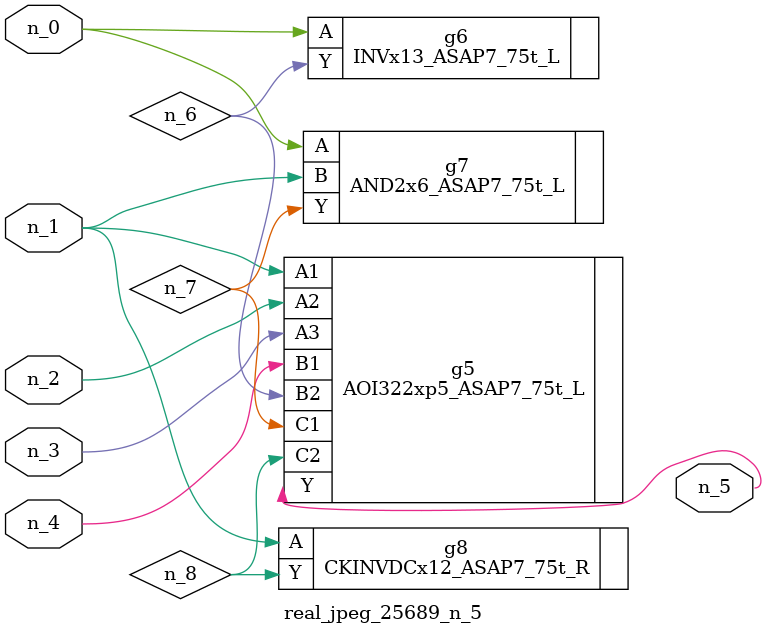
<source format=v>
module real_jpeg_25689_n_5 (n_4, n_0, n_1, n_2, n_3, n_5);

input n_4;
input n_0;
input n_1;
input n_2;
input n_3;

output n_5;

wire n_8;
wire n_6;
wire n_7;

INVx13_ASAP7_75t_L g6 ( 
.A(n_0),
.Y(n_6)
);

AND2x6_ASAP7_75t_L g7 ( 
.A(n_0),
.B(n_1),
.Y(n_7)
);

AOI322xp5_ASAP7_75t_L g5 ( 
.A1(n_1),
.A2(n_2),
.A3(n_3),
.B1(n_4),
.B2(n_6),
.C1(n_7),
.C2(n_8),
.Y(n_5)
);

CKINVDCx12_ASAP7_75t_R g8 ( 
.A(n_1),
.Y(n_8)
);


endmodule
</source>
